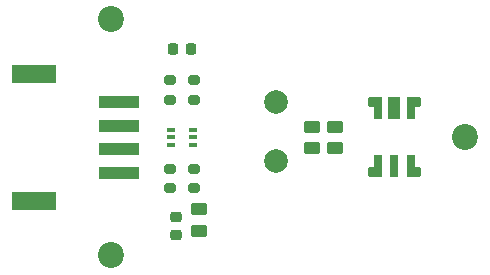
<source format=gbr>
%TF.GenerationSoftware,KiCad,Pcbnew,9.0.2*%
%TF.CreationDate,2025-07-10T11:39:35+02:00*%
%TF.ProjectId,iagabel,69616761-6265-46c2-9e6b-696361645f70,rev?*%
%TF.SameCoordinates,Original*%
%TF.FileFunction,Soldermask,Top*%
%TF.FilePolarity,Negative*%
%FSLAX46Y46*%
G04 Gerber Fmt 4.6, Leading zero omitted, Abs format (unit mm)*
G04 Created by KiCad (PCBNEW 9.0.2) date 2025-07-10 11:39:35*
%MOMM*%
%LPD*%
G01*
G04 APERTURE LIST*
G04 Aperture macros list*
%AMRoundRect*
0 Rectangle with rounded corners*
0 $1 Rounding radius*
0 $2 $3 $4 $5 $6 $7 $8 $9 X,Y pos of 4 corners*
0 Add a 4 corners polygon primitive as box body*
4,1,4,$2,$3,$4,$5,$6,$7,$8,$9,$2,$3,0*
0 Add four circle primitives for the rounded corners*
1,1,$1+$1,$2,$3*
1,1,$1+$1,$4,$5*
1,1,$1+$1,$6,$7*
1,1,$1+$1,$8,$9*
0 Add four rect primitives between the rounded corners*
20,1,$1+$1,$2,$3,$4,$5,0*
20,1,$1+$1,$4,$5,$6,$7,0*
20,1,$1+$1,$6,$7,$8,$9,0*
20,1,$1+$1,$8,$9,$2,$3,0*%
G04 Aperture macros list end*
%ADD10RoundRect,0.200000X-0.275000X0.200000X-0.275000X-0.200000X0.275000X-0.200000X0.275000X0.200000X0*%
%ADD11RoundRect,0.250000X0.450000X-0.262500X0.450000X0.262500X-0.450000X0.262500X-0.450000X-0.262500X0*%
%ADD12RoundRect,0.250000X-0.450000X0.262500X-0.450000X-0.262500X0.450000X-0.262500X0.450000X0.262500X0*%
%ADD13C,2.200000*%
%ADD14RoundRect,0.100000X0.225000X0.100000X-0.225000X0.100000X-0.225000X-0.100000X0.225000X-0.100000X0*%
%ADD15RoundRect,0.218750X-0.256250X0.218750X-0.256250X-0.218750X0.256250X-0.218750X0.256250X0.218750X0*%
%ADD16C,2.000000*%
%ADD17RoundRect,0.200000X0.275000X-0.200000X0.275000X0.200000X-0.275000X0.200000X-0.275000X-0.200000X0*%
%ADD18RoundRect,0.225000X-0.225000X-0.250000X0.225000X-0.250000X0.225000X0.250000X-0.225000X0.250000X0*%
%ADD19RoundRect,0.135000X-0.465000X-0.315000X0.465000X-0.315000X0.465000X0.315000X-0.465000X0.315000X0*%
%ADD20R,0.700000X1.900000*%
%ADD21R,1.000000X1.900000*%
%ADD22R,3.500000X1.000000*%
%ADD23R,3.800000X1.500000*%
G04 APERTURE END LIST*
D10*
%TO.C,R7*%
X17000000Y-14325000D03*
X17000000Y-12675000D03*
%TD*%
D11*
%TO.C,R2*%
X27000000Y-10912500D03*
X27000000Y-9087500D03*
%TD*%
D12*
%TO.C,R5*%
X17500000Y-16087500D03*
X17500000Y-17912500D03*
%TD*%
D13*
%TO.C,H2*%
X40000000Y-10000000D03*
%TD*%
D14*
%TO.C,U1*%
X16950000Y-10650000D03*
X16950000Y-10000000D03*
X16950000Y-9350000D03*
X15050000Y-9350000D03*
X15050000Y-10000000D03*
X15050000Y-10650000D03*
%TD*%
D10*
%TO.C,R6*%
X15000000Y-12675000D03*
X15000000Y-14325000D03*
%TD*%
D15*
%TO.C,D1*%
X15500000Y-16712500D03*
X15500000Y-18287500D03*
%TD*%
D16*
%TO.C,TP1*%
X24000000Y-12000000D03*
%TD*%
D17*
%TO.C,R3*%
X17000000Y-6825000D03*
X17000000Y-5175000D03*
%TD*%
D18*
%TO.C,C1*%
X15225000Y-2500000D03*
X16775000Y-2500000D03*
%TD*%
D11*
%TO.C,R1*%
X29000000Y-10912500D03*
X29000000Y-9087500D03*
%TD*%
D13*
%TO.C,H1*%
X10000000Y0D03*
%TD*%
D19*
%TO.C,K1*%
X32350000Y-12950000D03*
D20*
X32600000Y-12450000D03*
X34000000Y-12450000D03*
X35400000Y-12450000D03*
D19*
X35650000Y-12950000D03*
D20*
X35400000Y-7550000D03*
D19*
X35650000Y-7050000D03*
D21*
X34000000Y-7550000D03*
D19*
X32350000Y-7050000D03*
D20*
X32600000Y-7550000D03*
%TD*%
D16*
%TO.C,TP2*%
X24000000Y-7000000D03*
%TD*%
D22*
%TO.C,J1*%
X10650000Y-13000000D03*
X10650000Y-11000000D03*
X10650000Y-9000000D03*
X10650000Y-7000000D03*
D23*
X3500000Y-4650000D03*
X3500000Y-15350000D03*
%TD*%
D17*
%TO.C,R4*%
X15000000Y-6825000D03*
X15000000Y-5175000D03*
%TD*%
D13*
%TO.C,H3*%
X10000000Y-20000000D03*
%TD*%
M02*

</source>
